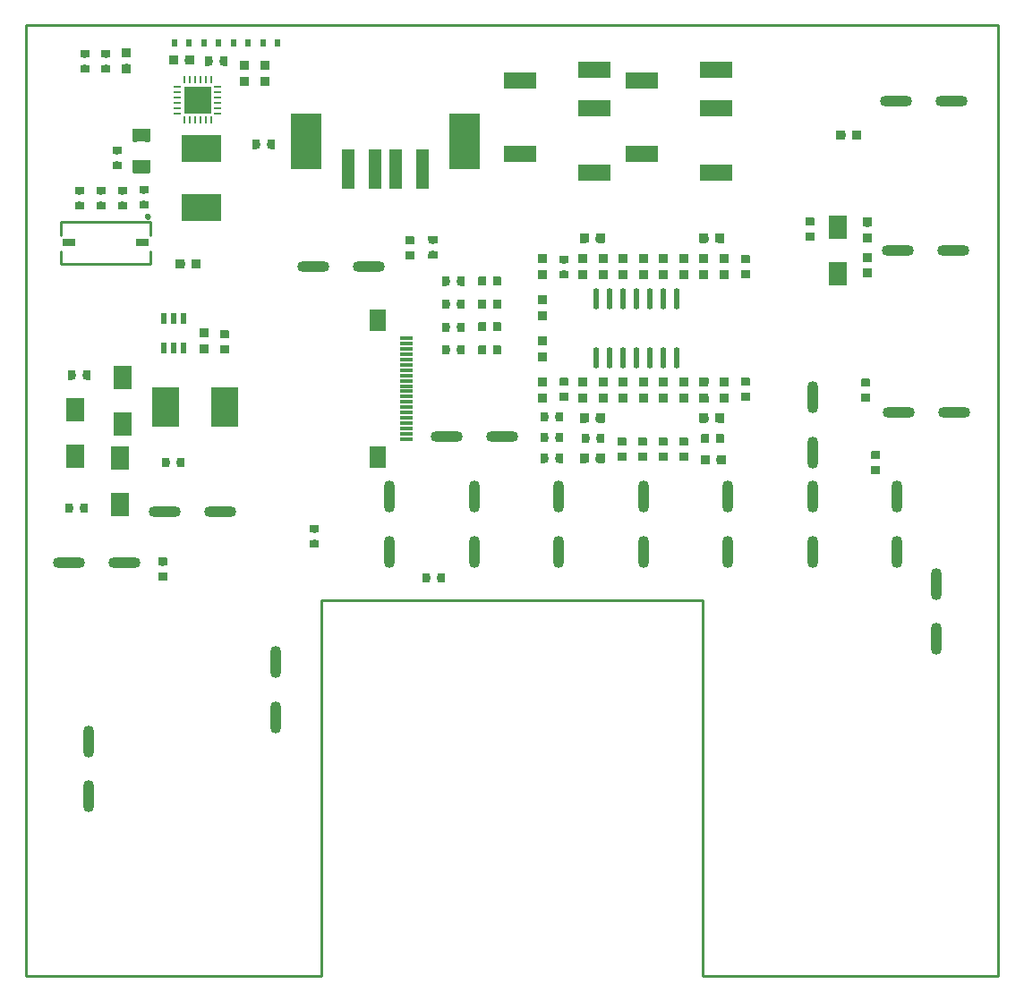
<source format=gtp>
G04*
G04 #@! TF.GenerationSoftware,Altium Limited,Altium Designer,20.2.6 (244)*
G04*
G04 Layer_Color=8421504*
%FSLAX24Y24*%
%MOIN*%
G70*
G04*
G04 #@! TF.SameCoordinates,FA5C595E-BAF6-4CA8-81BB-533EFFED9D24*
G04*
G04*
G04 #@! TF.FilePolarity,Positive*
G04*
G01*
G75*
%ADD11C,0.0100*%
%ADD20R,0.1004X0.1004*%
%ADD21R,0.0262X0.0110*%
%ADD22R,0.0110X0.0262*%
%ADD23R,0.1181X0.2087*%
%ADD24R,0.0472X0.1496*%
%ADD25O,0.1200X0.0400*%
%ADD26O,0.0400X0.1200*%
%ADD27R,0.1200X0.0600*%
%ADD28R,0.0315X0.0354*%
%ADD29R,0.0354X0.0315*%
%ADD30R,0.0340X0.0318*%
%ADD31R,0.0200X0.0300*%
%ADD32R,0.0318X0.0340*%
%ADD33R,0.0669X0.0860*%
%ADD34R,0.0500X0.0300*%
%ADD35R,0.1496X0.0984*%
%ADD36R,0.0670X0.0475*%
%ADD37R,0.0984X0.1496*%
%ADD38R,0.0217X0.0394*%
%ADD39R,0.0512X0.0118*%
%ADD40R,0.0630X0.0787*%
%ADD41O,0.0226X0.0802*%
G36*
X20220Y41108D02*
Y40910D01*
X20104Y40802D01*
X19996D01*
X19880Y40910D01*
Y41108D01*
X19905Y41133D01*
X20195D01*
X20220Y41108D01*
D02*
G37*
G36*
X19455Y41049D02*
Y40933D01*
X19339Y40774D01*
X19230D01*
X19114Y40933D01*
Y41049D01*
X19140Y41074D01*
X19429D01*
X19455Y41049D01*
D02*
G37*
G36*
X18670D02*
Y40933D01*
X18554Y40774D01*
X18446D01*
X18330Y40933D01*
Y41049D01*
X18355Y41074D01*
X18645D01*
X18670Y41049D01*
D02*
G37*
G36*
X22555Y40836D02*
Y40547D01*
X22530Y40522D01*
X22332D01*
X22224Y40637D01*
Y40746D01*
X22332Y40862D01*
X22530D01*
X22555Y40836D01*
D02*
G37*
G36*
X21976Y40746D02*
Y40637D01*
X21868Y40522D01*
X21670D01*
X21645Y40547D01*
Y40836D01*
X21670Y40862D01*
X21868D01*
X21976Y40746D01*
D02*
G37*
G36*
X23824Y40795D02*
Y40505D01*
X23799Y40480D01*
X23683D01*
X23524Y40596D01*
Y40704D01*
X23683Y40820D01*
X23799D01*
X23824Y40795D01*
D02*
G37*
G36*
X23276Y40704D02*
Y40596D01*
X23117Y40480D01*
X23001D01*
X22976Y40505D01*
Y40795D01*
X23001Y40820D01*
X23117D01*
X23276Y40704D01*
D02*
G37*
G36*
X25370Y40630D02*
Y40432D01*
X25254Y40324D01*
X25146D01*
X25030Y40432D01*
Y40630D01*
X25055Y40655D01*
X25345D01*
X25370Y40630D01*
D02*
G37*
G36*
X24620D02*
Y40432D01*
X24504Y40324D01*
X24396D01*
X24280Y40432D01*
Y40630D01*
X24305Y40655D01*
X24595D01*
X24620Y40630D01*
D02*
G37*
G36*
X19455Y40367D02*
Y40251D01*
X19429Y40226D01*
X19140D01*
X19114Y40251D01*
Y40367D01*
X19230Y40526D01*
X19339D01*
X19455Y40367D01*
D02*
G37*
G36*
X18670D02*
Y40251D01*
X18645Y40226D01*
X18355D01*
X18330Y40251D01*
Y40367D01*
X18446Y40526D01*
X18554D01*
X18670Y40367D01*
D02*
G37*
G36*
X20220Y40446D02*
Y40248D01*
X20195Y40223D01*
X19905D01*
X19880Y40248D01*
Y40446D01*
X19996Y40554D01*
X20104D01*
X20220Y40446D01*
D02*
G37*
G36*
X25370Y39968D02*
Y39770D01*
X25345Y39745D01*
X25055D01*
X25030Y39770D01*
Y39968D01*
X25146Y40076D01*
X25254D01*
X25370Y39968D01*
D02*
G37*
G36*
X24620D02*
Y39770D01*
X24595Y39745D01*
X24305D01*
X24280Y39770D01*
Y39968D01*
X24396Y40076D01*
X24504D01*
X24620Y39968D01*
D02*
G37*
G36*
X47405Y38045D02*
Y37755D01*
X47380Y37730D01*
X47182D01*
X47074Y37846D01*
Y37954D01*
X47182Y38070D01*
X47380D01*
X47405Y38045D01*
D02*
G37*
G36*
X46826Y37954D02*
Y37846D01*
X46718Y37730D01*
X46520D01*
X46495Y37755D01*
Y38045D01*
X46520Y38070D01*
X46718D01*
X46826Y37954D01*
D02*
G37*
G36*
X20935Y38081D02*
Y37684D01*
X20895Y37644D01*
X20753D01*
X20714Y37684D01*
Y37767D01*
X20674Y37806D01*
X20526D01*
X20486Y37767D01*
Y37684D01*
X20447Y37644D01*
X20305D01*
X20265Y37684D01*
Y38081D01*
X20305Y38120D01*
X20895D01*
X20935Y38081D01*
D02*
G37*
G36*
X25574Y37695D02*
Y37405D01*
X25549Y37380D01*
X25433D01*
X25274Y37496D01*
Y37604D01*
X25433Y37720D01*
X25549D01*
X25574Y37695D01*
D02*
G37*
G36*
X25026Y37604D02*
Y37496D01*
X24867Y37380D01*
X24751D01*
X24726Y37405D01*
Y37695D01*
X24751Y37720D01*
X24867D01*
X25026Y37604D01*
D02*
G37*
G36*
X19870Y37449D02*
Y37333D01*
X19754Y37174D01*
X19646D01*
X19530Y37333D01*
Y37449D01*
X19555Y37474D01*
X19845D01*
X19870Y37449D01*
D02*
G37*
G36*
X20935Y36916D02*
Y36519D01*
X20895Y36480D01*
X20305D01*
X20265Y36519D01*
Y36916D01*
X20305Y36956D01*
X20447D01*
X20486Y36916D01*
Y36833D01*
X20526Y36794D01*
X20674D01*
X20714Y36833D01*
Y36916D01*
X20753Y36956D01*
X20895D01*
X20935Y36916D01*
D02*
G37*
G36*
X19870Y36767D02*
Y36651D01*
X19845Y36626D01*
X19555D01*
X19530Y36651D01*
Y36767D01*
X19646Y36926D01*
X19754D01*
X19870Y36767D01*
D02*
G37*
G36*
X20870Y35975D02*
Y35858D01*
X20754Y35700D01*
X20646D01*
X20530Y35858D01*
Y35975D01*
X20555Y36000D01*
X20845D01*
X20870Y35975D01*
D02*
G37*
G36*
X20070Y35949D02*
Y35833D01*
X19954Y35674D01*
X19846D01*
X19730Y35833D01*
Y35949D01*
X19755Y35974D01*
X20045D01*
X20070Y35949D01*
D02*
G37*
G36*
X19270D02*
Y35833D01*
X19154Y35674D01*
X19046D01*
X18930Y35833D01*
Y35949D01*
X18955Y35974D01*
X19245D01*
X19270Y35949D01*
D02*
G37*
G36*
X18470D02*
Y35833D01*
X18354Y35674D01*
X18246D01*
X18130Y35833D01*
Y35949D01*
X18155Y35974D01*
X18445D01*
X18470Y35949D01*
D02*
G37*
G36*
X20870Y35293D02*
Y35176D01*
X20845Y35151D01*
X20555D01*
X20530Y35176D01*
Y35293D01*
X20646Y35452D01*
X20754D01*
X20870Y35293D01*
D02*
G37*
G36*
X20070Y35267D02*
Y35151D01*
X20045Y35126D01*
X19755D01*
X19730Y35151D01*
Y35267D01*
X19846Y35426D01*
X19954D01*
X20070Y35267D01*
D02*
G37*
G36*
X19270D02*
Y35151D01*
X19245Y35126D01*
X18955D01*
X18930Y35151D01*
Y35267D01*
X19046Y35426D01*
X19154D01*
X19270Y35267D01*
D02*
G37*
G36*
X18470D02*
Y35151D01*
X18445Y35126D01*
X18155D01*
X18130Y35151D01*
Y35267D01*
X18246Y35426D01*
X18354D01*
X18470Y35267D01*
D02*
G37*
G36*
X45670Y34799D02*
Y34683D01*
X45554Y34524D01*
X45446D01*
X45330Y34683D01*
Y34799D01*
X45355Y34824D01*
X45645D01*
X45670Y34799D01*
D02*
G37*
G36*
X47820Y34784D02*
Y34585D01*
X47704Y34477D01*
X47596D01*
X47480Y34585D01*
Y34784D01*
X47505Y34809D01*
X47795D01*
X47820Y34784D01*
D02*
G37*
G36*
X45670Y34117D02*
Y34001D01*
X45645Y33976D01*
X45355D01*
X45330Y34001D01*
Y34117D01*
X45446Y34276D01*
X45554D01*
X45670Y34117D01*
D02*
G37*
G36*
X47820Y34121D02*
Y33923D01*
X47795Y33898D01*
X47505D01*
X47480Y33923D01*
Y34121D01*
X47596Y34229D01*
X47704D01*
X47820Y34121D01*
D02*
G37*
G36*
X42305Y34195D02*
Y33905D01*
X42280Y33880D01*
X42082D01*
X41974Y33996D01*
Y34104D01*
X42082Y34220D01*
X42280D01*
X42305Y34195D01*
D02*
G37*
G36*
X41726Y34104D02*
Y33996D01*
X41618Y33880D01*
X41420D01*
X41395Y33905D01*
Y34195D01*
X41420Y34220D01*
X41618D01*
X41726Y34104D01*
D02*
G37*
G36*
X37855Y34195D02*
Y33905D01*
X37830Y33880D01*
X37632D01*
X37524Y33996D01*
Y34104D01*
X37632Y34220D01*
X37830D01*
X37855Y34195D01*
D02*
G37*
G36*
X37276Y34104D02*
Y33996D01*
X37168Y33880D01*
X36970D01*
X36945Y33905D01*
Y34195D01*
X36970Y34220D01*
X37168D01*
X37276Y34104D01*
D02*
G37*
G36*
X31629Y34115D02*
Y33998D01*
X31513Y33839D01*
X31404D01*
X31289Y33998D01*
Y34115D01*
X31314Y34140D01*
X31604D01*
X31629Y34115D01*
D02*
G37*
G36*
X30770Y34099D02*
Y33983D01*
X30654Y33824D01*
X30546D01*
X30430Y33983D01*
Y34099D01*
X30455Y34124D01*
X30745D01*
X30770Y34099D01*
D02*
G37*
G36*
X31629Y33433D02*
Y33316D01*
X31604Y33291D01*
X31314D01*
X31289Y33316D01*
Y33433D01*
X31404Y33591D01*
X31513D01*
X31629Y33433D01*
D02*
G37*
G36*
X30770Y33417D02*
Y33301D01*
X30745Y33276D01*
X30455D01*
X30430Y33301D01*
Y33417D01*
X30546Y33576D01*
X30654D01*
X30770Y33417D01*
D02*
G37*
G36*
X47820Y33480D02*
Y33282D01*
X47704Y33174D01*
X47596D01*
X47480Y33282D01*
Y33480D01*
X47505Y33505D01*
X47795D01*
X47820Y33480D01*
D02*
G37*
G36*
X43270Y33399D02*
Y33283D01*
X43154Y33124D01*
X43046D01*
X42930Y33283D01*
Y33399D01*
X42955Y33424D01*
X43245D01*
X43270Y33399D01*
D02*
G37*
G36*
X42470Y33430D02*
Y33232D01*
X42354Y33124D01*
X42246D01*
X42130Y33232D01*
Y33430D01*
X42155Y33455D01*
X42445D01*
X42470Y33430D01*
D02*
G37*
G36*
X41720D02*
Y33232D01*
X41604Y33124D01*
X41496D01*
X41380Y33232D01*
Y33430D01*
X41405Y33455D01*
X41695D01*
X41720Y33430D01*
D02*
G37*
G36*
X40970D02*
Y33232D01*
X40854Y33124D01*
X40746D01*
X40630Y33232D01*
Y33430D01*
X40655Y33455D01*
X40945D01*
X40970Y33430D01*
D02*
G37*
G36*
X40220D02*
Y33232D01*
X40104Y33124D01*
X39996D01*
X39880Y33232D01*
Y33430D01*
X39905Y33455D01*
X40195D01*
X40220Y33430D01*
D02*
G37*
G36*
X39470D02*
Y33232D01*
X39354Y33124D01*
X39246D01*
X39130Y33232D01*
Y33430D01*
X39155Y33455D01*
X39445D01*
X39470Y33430D01*
D02*
G37*
G36*
X38720D02*
Y33232D01*
X38604Y33124D01*
X38496D01*
X38380Y33232D01*
Y33430D01*
X38405Y33455D01*
X38695D01*
X38720Y33430D01*
D02*
G37*
G36*
X37970D02*
Y33232D01*
X37854Y33124D01*
X37746D01*
X37630Y33232D01*
Y33430D01*
X37655Y33455D01*
X37945D01*
X37970Y33430D01*
D02*
G37*
G36*
X37220D02*
Y33232D01*
X37104Y33124D01*
X36996D01*
X36880Y33232D01*
Y33430D01*
X36905Y33455D01*
X37195D01*
X37220Y33430D01*
D02*
G37*
G36*
X35720D02*
Y33232D01*
X35604Y33124D01*
X35496D01*
X35380Y33232D01*
Y33430D01*
X35405Y33455D01*
X35695D01*
X35720Y33430D01*
D02*
G37*
G36*
X36512Y33377D02*
Y33261D01*
X36396Y33102D01*
X36287D01*
X36172Y33261D01*
Y33377D01*
X36197Y33402D01*
X36486D01*
X36512Y33377D01*
D02*
G37*
G36*
X22805Y33245D02*
Y32955D01*
X22780Y32930D01*
X22582D01*
X22474Y33046D01*
Y33154D01*
X22582Y33270D01*
X22780D01*
X22805Y33245D01*
D02*
G37*
G36*
X22226Y33154D02*
Y33046D01*
X22118Y32930D01*
X21920D01*
X21895Y32955D01*
Y33245D01*
X21920Y33270D01*
X22118D01*
X22226Y33154D01*
D02*
G37*
G36*
X47820Y32818D02*
Y32620D01*
X47795Y32595D01*
X47505D01*
X47480Y32620D01*
Y32818D01*
X47596Y32926D01*
X47704D01*
X47820Y32818D01*
D02*
G37*
G36*
X43270Y32717D02*
Y32601D01*
X43245Y32576D01*
X42955D01*
X42930Y32601D01*
Y32717D01*
X43046Y32876D01*
X43154D01*
X43270Y32717D01*
D02*
G37*
G36*
X36512Y32695D02*
Y32579D01*
X36486Y32554D01*
X36197D01*
X36172Y32579D01*
Y32695D01*
X36287Y32854D01*
X36396D01*
X36512Y32695D01*
D02*
G37*
G36*
X42470Y32768D02*
Y32570D01*
X42445Y32545D01*
X42155D01*
X42130Y32570D01*
Y32768D01*
X42246Y32876D01*
X42354D01*
X42470Y32768D01*
D02*
G37*
G36*
X41720D02*
Y32570D01*
X41695Y32545D01*
X41405D01*
X41380Y32570D01*
Y32768D01*
X41496Y32876D01*
X41604D01*
X41720Y32768D01*
D02*
G37*
G36*
X40970D02*
Y32570D01*
X40945Y32545D01*
X40655D01*
X40630Y32570D01*
Y32768D01*
X40746Y32876D01*
X40854D01*
X40970Y32768D01*
D02*
G37*
G36*
X40220D02*
Y32570D01*
X40195Y32545D01*
X39905D01*
X39880Y32570D01*
Y32768D01*
X39996Y32876D01*
X40104D01*
X40220Y32768D01*
D02*
G37*
G36*
X39470D02*
Y32570D01*
X39445Y32545D01*
X39155D01*
X39130Y32570D01*
Y32768D01*
X39246Y32876D01*
X39354D01*
X39470Y32768D01*
D02*
G37*
G36*
X38720D02*
Y32570D01*
X38695Y32545D01*
X38405D01*
X38380Y32570D01*
Y32768D01*
X38496Y32876D01*
X38604D01*
X38720Y32768D01*
D02*
G37*
G36*
X37970D02*
Y32570D01*
X37945Y32545D01*
X37655D01*
X37630Y32570D01*
Y32768D01*
X37746Y32876D01*
X37854D01*
X37970Y32768D01*
D02*
G37*
G36*
X37220D02*
Y32570D01*
X37195Y32545D01*
X36905D01*
X36880Y32570D01*
Y32768D01*
X36996Y32876D01*
X37104D01*
X37220Y32768D01*
D02*
G37*
G36*
X35720D02*
Y32570D01*
X35695Y32545D01*
X35405D01*
X35380Y32570D01*
Y32768D01*
X35496Y32876D01*
X35604D01*
X35720Y32768D01*
D02*
G37*
G36*
X33993Y32603D02*
Y32313D01*
X33967Y32288D01*
X33851D01*
X33692Y32403D01*
Y32512D01*
X33851Y32628D01*
X33967D01*
X33993Y32603D01*
D02*
G37*
G36*
X33444Y32512D02*
Y32403D01*
X33286Y32288D01*
X33169D01*
X33144Y32313D01*
Y32603D01*
X33169Y32628D01*
X33286D01*
X33444Y32512D01*
D02*
G37*
G36*
X32650Y32595D02*
Y32305D01*
X32625Y32280D01*
X32508D01*
X32350Y32396D01*
Y32504D01*
X32508Y32620D01*
X32625D01*
X32650Y32595D01*
D02*
G37*
G36*
X32102Y32504D02*
Y32396D01*
X31943Y32280D01*
X31826D01*
X31801Y32305D01*
Y32595D01*
X31826Y32620D01*
X31943D01*
X32102Y32504D01*
D02*
G37*
G36*
X35720Y31897D02*
Y31699D01*
X35604Y31591D01*
X35496D01*
X35380Y31699D01*
Y31897D01*
X35405Y31922D01*
X35695D01*
X35720Y31897D01*
D02*
G37*
G36*
X33999Y31749D02*
Y31459D01*
X33974Y31434D01*
X33857D01*
X33698Y31549D01*
Y31658D01*
X33857Y31774D01*
X33974D01*
X33999Y31749D01*
D02*
G37*
G36*
X33450Y31658D02*
Y31549D01*
X33292Y31434D01*
X33175D01*
X33150Y31459D01*
Y31749D01*
X33175Y31774D01*
X33292D01*
X33450Y31658D01*
D02*
G37*
G36*
X32656Y31741D02*
Y31451D01*
X32631Y31426D01*
X32514D01*
X32356Y31542D01*
Y31650D01*
X32514Y31766D01*
X32631D01*
X32656Y31741D01*
D02*
G37*
G36*
X32108Y31650D02*
Y31542D01*
X31949Y31426D01*
X31833D01*
X31807Y31451D01*
Y31741D01*
X31833Y31766D01*
X31949D01*
X32108Y31650D01*
D02*
G37*
G36*
X35720Y31235D02*
Y31037D01*
X35695Y31011D01*
X35405D01*
X35380Y31037D01*
Y31235D01*
X35496Y31343D01*
X35604D01*
X35720Y31235D01*
D02*
G37*
G36*
X33999Y30897D02*
Y30607D01*
X33974Y30582D01*
X33857D01*
X33698Y30697D01*
Y30806D01*
X33857Y30922D01*
X33974D01*
X33999Y30897D01*
D02*
G37*
G36*
X33450Y30806D02*
Y30697D01*
X33292Y30582D01*
X33175D01*
X33150Y30607D01*
Y30897D01*
X33175Y30922D01*
X33292D01*
X33450Y30806D01*
D02*
G37*
G36*
X32656Y30889D02*
Y30599D01*
X32631Y30574D01*
X32514D01*
X32356Y30690D01*
Y30799D01*
X32514Y30914D01*
X32631D01*
X32656Y30889D01*
D02*
G37*
G36*
X32108Y30799D02*
Y30690D01*
X31949Y30574D01*
X31833D01*
X31807Y30599D01*
Y30889D01*
X31833Y30914D01*
X31949D01*
X32108Y30799D01*
D02*
G37*
G36*
X23120Y30658D02*
Y30460D01*
X23004Y30352D01*
X22896D01*
X22780Y30460D01*
Y30658D01*
X22805Y30683D01*
X23095D01*
X23120Y30658D01*
D02*
G37*
G36*
X23870Y30599D02*
Y30483D01*
X23754Y30324D01*
X23646D01*
X23530Y30483D01*
Y30599D01*
X23555Y30624D01*
X23845D01*
X23870Y30599D01*
D02*
G37*
G36*
X35720Y30363D02*
Y30165D01*
X35604Y30057D01*
X35496D01*
X35380Y30165D01*
Y30363D01*
X35405Y30389D01*
X35695D01*
X35720Y30363D01*
D02*
G37*
G36*
X23870Y29917D02*
Y29801D01*
X23845Y29776D01*
X23555D01*
X23530Y29801D01*
Y29917D01*
X23646Y30076D01*
X23754D01*
X23870Y29917D01*
D02*
G37*
G36*
X23120Y29996D02*
Y29798D01*
X23095Y29773D01*
X22805D01*
X22780Y29798D01*
Y29996D01*
X22896Y30104D01*
X23004D01*
X23120Y29996D01*
D02*
G37*
G36*
X33999Y30045D02*
Y29755D01*
X33974Y29730D01*
X33857D01*
X33698Y29846D01*
Y29954D01*
X33857Y30070D01*
X33974D01*
X33999Y30045D01*
D02*
G37*
G36*
X33450Y29954D02*
Y29846D01*
X33292Y29730D01*
X33175D01*
X33150Y29755D01*
Y30045D01*
X33175Y30070D01*
X33292D01*
X33450Y29954D01*
D02*
G37*
G36*
X32650Y30039D02*
Y29750D01*
X32625Y29724D01*
X32508D01*
X32350Y29840D01*
Y29949D01*
X32508Y30064D01*
X32625D01*
X32650Y30039D01*
D02*
G37*
G36*
X32102Y29949D02*
Y29840D01*
X31943Y29724D01*
X31826D01*
X31801Y29750D01*
Y30039D01*
X31826Y30064D01*
X31943D01*
X32102Y29949D01*
D02*
G37*
G36*
X35720Y29701D02*
Y29503D01*
X35695Y29478D01*
X35405D01*
X35380Y29503D01*
Y29701D01*
X35496Y29809D01*
X35604D01*
X35720Y29701D01*
D02*
G37*
G36*
X18724Y29095D02*
Y28805D01*
X18699Y28780D01*
X18583D01*
X18424Y28896D01*
Y29004D01*
X18583Y29120D01*
X18699D01*
X18724Y29095D01*
D02*
G37*
G36*
X18176Y29004D02*
Y28896D01*
X18017Y28780D01*
X17901D01*
X17876Y28805D01*
Y29095D01*
X17901Y29120D01*
X18017D01*
X18176Y29004D01*
D02*
G37*
G36*
X43270Y28827D02*
Y28711D01*
X43154Y28552D01*
X43046D01*
X42930Y28711D01*
Y28827D01*
X42955Y28852D01*
X43245D01*
X43270Y28827D01*
D02*
G37*
G36*
X36513D02*
Y28711D01*
X36397Y28552D01*
X36288D01*
X36172Y28711D01*
Y28827D01*
X36198Y28852D01*
X36487D01*
X36513Y28827D01*
D02*
G37*
G36*
X47748Y28802D02*
Y28685D01*
X47632Y28527D01*
X47523D01*
X47408Y28685D01*
Y28802D01*
X47433Y28827D01*
X47723D01*
X47748Y28802D01*
D02*
G37*
G36*
X42478Y28830D02*
Y28632D01*
X42362Y28524D01*
X42253D01*
X42137Y28632D01*
Y28830D01*
X42163Y28855D01*
X42452D01*
X42478Y28830D01*
D02*
G37*
G36*
X41727D02*
Y28632D01*
X41611Y28524D01*
X41502D01*
X41387Y28632D01*
Y28830D01*
X41412Y28855D01*
X41702D01*
X41727Y28830D01*
D02*
G37*
G36*
X40976D02*
Y28632D01*
X40860Y28524D01*
X40751D01*
X40636Y28632D01*
Y28830D01*
X40661Y28855D01*
X40951D01*
X40976Y28830D01*
D02*
G37*
G36*
X40225D02*
Y28632D01*
X40109Y28524D01*
X40001D01*
X39885Y28632D01*
Y28830D01*
X39910Y28855D01*
X40200D01*
X40225Y28830D01*
D02*
G37*
G36*
X39474D02*
Y28632D01*
X39359Y28524D01*
X39250D01*
X39134Y28632D01*
Y28830D01*
X39159Y28855D01*
X39449D01*
X39474Y28830D01*
D02*
G37*
G36*
X38723D02*
Y28632D01*
X38608Y28524D01*
X38499D01*
X38383Y28632D01*
Y28830D01*
X38408Y28855D01*
X38698D01*
X38723Y28830D01*
D02*
G37*
G36*
X37973D02*
Y28632D01*
X37857Y28524D01*
X37748D01*
X37632Y28632D01*
Y28830D01*
X37658Y28855D01*
X37947D01*
X37973Y28830D01*
D02*
G37*
G36*
X37222D02*
Y28632D01*
X37106Y28524D01*
X36997D01*
X36882Y28632D01*
Y28830D01*
X36907Y28855D01*
X37197D01*
X37222Y28830D01*
D02*
G37*
G36*
X35720D02*
Y28632D01*
X35604Y28524D01*
X35496D01*
X35380Y28632D01*
Y28830D01*
X35405Y28855D01*
X35695D01*
X35720Y28830D01*
D02*
G37*
G36*
X43270Y28145D02*
Y28029D01*
X43245Y28004D01*
X42955D01*
X42930Y28029D01*
Y28145D01*
X43046Y28304D01*
X43154D01*
X43270Y28145D01*
D02*
G37*
G36*
X36513D02*
Y28029D01*
X36487Y28004D01*
X36198D01*
X36172Y28029D01*
Y28145D01*
X36288Y28304D01*
X36397D01*
X36513Y28145D01*
D02*
G37*
G36*
X47748Y28120D02*
Y28004D01*
X47723Y27978D01*
X47433D01*
X47408Y28004D01*
Y28120D01*
X47523Y28279D01*
X47632D01*
X47748Y28120D01*
D02*
G37*
G36*
X42478Y28168D02*
Y27970D01*
X42452Y27945D01*
X42163D01*
X42137Y27970D01*
Y28168D01*
X42253Y28276D01*
X42362D01*
X42478Y28168D01*
D02*
G37*
G36*
X41727D02*
Y27970D01*
X41702Y27945D01*
X41412D01*
X41387Y27970D01*
Y28168D01*
X41502Y28276D01*
X41611D01*
X41727Y28168D01*
D02*
G37*
G36*
X40976D02*
Y27970D01*
X40951Y27945D01*
X40661D01*
X40636Y27970D01*
Y28168D01*
X40751Y28276D01*
X40860D01*
X40976Y28168D01*
D02*
G37*
G36*
X40225D02*
Y27970D01*
X40200Y27945D01*
X39910D01*
X39885Y27970D01*
Y28168D01*
X40001Y28276D01*
X40109D01*
X40225Y28168D01*
D02*
G37*
G36*
X39474D02*
Y27970D01*
X39449Y27945D01*
X39159D01*
X39134Y27970D01*
Y28168D01*
X39250Y28276D01*
X39359D01*
X39474Y28168D01*
D02*
G37*
G36*
X38723D02*
Y27970D01*
X38698Y27945D01*
X38408D01*
X38383Y27970D01*
Y28168D01*
X38499Y28276D01*
X38608D01*
X38723Y28168D01*
D02*
G37*
G36*
X37973D02*
Y27970D01*
X37947Y27945D01*
X37658D01*
X37632Y27970D01*
Y28168D01*
X37748Y28276D01*
X37857D01*
X37973Y28168D01*
D02*
G37*
G36*
X37222D02*
Y27970D01*
X37197Y27945D01*
X36907D01*
X36882Y27970D01*
Y28168D01*
X36997Y28276D01*
X37106D01*
X37222Y28168D01*
D02*
G37*
G36*
X35720D02*
Y27970D01*
X35695Y27945D01*
X35405D01*
X35380Y27970D01*
Y28168D01*
X35496Y28276D01*
X35604D01*
X35720Y28168D01*
D02*
G37*
G36*
X36324Y27545D02*
Y27255D01*
X36299Y27230D01*
X36183D01*
X36024Y27346D01*
Y27454D01*
X36183Y27570D01*
X36299D01*
X36324Y27545D01*
D02*
G37*
G36*
X35776Y27454D02*
Y27346D01*
X35617Y27230D01*
X35501D01*
X35476Y27255D01*
Y27545D01*
X35501Y27570D01*
X35617D01*
X35776Y27454D01*
D02*
G37*
G36*
X42305Y27495D02*
Y27205D01*
X42280Y27180D01*
X42082D01*
X41974Y27296D01*
Y27404D01*
X42082Y27520D01*
X42280D01*
X42305Y27495D01*
D02*
G37*
G36*
X41726Y27404D02*
Y27296D01*
X41618Y27180D01*
X41420D01*
X41395Y27205D01*
Y27495D01*
X41420Y27520D01*
X41618D01*
X41726Y27404D01*
D02*
G37*
G36*
X37855Y27495D02*
Y27205D01*
X37830Y27180D01*
X37632D01*
X37524Y27296D01*
Y27404D01*
X37632Y27520D01*
X37830D01*
X37855Y27495D01*
D02*
G37*
G36*
X37276Y27404D02*
Y27296D01*
X37168Y27180D01*
X36970D01*
X36945Y27205D01*
Y27495D01*
X36970Y27520D01*
X37168D01*
X37276Y27404D01*
D02*
G37*
G36*
X36324Y26770D02*
Y26480D01*
X36299Y26455D01*
X36183D01*
X36024Y26571D01*
Y26679D01*
X36183Y26795D01*
X36299D01*
X36324Y26770D01*
D02*
G37*
G36*
X35776Y26679D02*
Y26571D01*
X35617Y26455D01*
X35501D01*
X35476Y26480D01*
Y26770D01*
X35501Y26795D01*
X35617D01*
X35776Y26679D01*
D02*
G37*
G36*
X42296Y26745D02*
Y26455D01*
X42271Y26430D01*
X42155D01*
X41996Y26546D01*
Y26654D01*
X42155Y26770D01*
X42271D01*
X42296Y26745D01*
D02*
G37*
G36*
X41748Y26654D02*
Y26546D01*
X41589Y26430D01*
X41473D01*
X41448Y26455D01*
Y26745D01*
X41473Y26770D01*
X41589D01*
X41748Y26654D01*
D02*
G37*
G36*
X37852Y26745D02*
Y26455D01*
X37827Y26430D01*
X37711D01*
X37552Y26546D01*
Y26654D01*
X37711Y26770D01*
X37827D01*
X37852Y26745D01*
D02*
G37*
G36*
X37304Y26654D02*
Y26546D01*
X37145Y26430D01*
X37029D01*
X37004Y26455D01*
Y26745D01*
X37029Y26770D01*
X37145D01*
X37304Y26654D01*
D02*
G37*
G36*
X40970Y26599D02*
Y26483D01*
X40854Y26324D01*
X40746D01*
X40630Y26483D01*
Y26599D01*
X40655Y26624D01*
X40945D01*
X40970Y26599D01*
D02*
G37*
G36*
X40203D02*
Y26483D01*
X40088Y26324D01*
X39979D01*
X39863Y26483D01*
Y26599D01*
X39888Y26624D01*
X40178D01*
X40203Y26599D01*
D02*
G37*
G36*
X39437D02*
Y26483D01*
X39321Y26324D01*
X39212D01*
X39097Y26483D01*
Y26599D01*
X39122Y26624D01*
X39412D01*
X39437Y26599D01*
D02*
G37*
G36*
X38670D02*
Y26483D01*
X38554Y26324D01*
X38446D01*
X38330Y26483D01*
Y26599D01*
X38355Y26624D01*
X38645D01*
X38670Y26599D01*
D02*
G37*
G36*
X48120Y26099D02*
Y25983D01*
X48004Y25824D01*
X47896D01*
X47780Y25983D01*
Y26099D01*
X47805Y26124D01*
X48095D01*
X48120Y26099D01*
D02*
G37*
G36*
X40970Y25917D02*
Y25801D01*
X40945Y25776D01*
X40655D01*
X40630Y25801D01*
Y25917D01*
X40746Y26076D01*
X40854D01*
X40970Y25917D01*
D02*
G37*
G36*
X40203D02*
Y25801D01*
X40178Y25776D01*
X39888D01*
X39863Y25801D01*
Y25917D01*
X39979Y26076D01*
X40088D01*
X40203Y25917D01*
D02*
G37*
G36*
X39437D02*
Y25801D01*
X39412Y25776D01*
X39122D01*
X39097Y25801D01*
Y25917D01*
X39212Y26076D01*
X39321D01*
X39437Y25917D01*
D02*
G37*
G36*
X38670D02*
Y25801D01*
X38645Y25776D01*
X38355D01*
X38330Y25801D01*
Y25917D01*
X38446Y26076D01*
X38554D01*
X38670Y25917D01*
D02*
G37*
G36*
X37855Y25995D02*
Y25705D01*
X37830Y25680D01*
X37632D01*
X37524Y25796D01*
Y25904D01*
X37632Y26020D01*
X37830D01*
X37855Y25995D01*
D02*
G37*
G36*
X37276Y25904D02*
Y25796D01*
X37168Y25680D01*
X36970D01*
X36945Y25705D01*
Y25995D01*
X36970Y26020D01*
X37168D01*
X37276Y25904D01*
D02*
G37*
G36*
X36324Y25995D02*
Y25705D01*
X36299Y25680D01*
X36183D01*
X36024Y25796D01*
Y25904D01*
X36183Y26020D01*
X36299D01*
X36324Y25995D01*
D02*
G37*
G36*
X35776Y25904D02*
Y25796D01*
X35617Y25680D01*
X35501D01*
X35476Y25705D01*
Y25995D01*
X35501Y26020D01*
X35617D01*
X35776Y25904D01*
D02*
G37*
G36*
X42355Y25945D02*
Y25655D01*
X42330Y25630D01*
X42132D01*
X42024Y25746D01*
Y25854D01*
X42132Y25970D01*
X42330D01*
X42355Y25945D01*
D02*
G37*
G36*
X41776Y25854D02*
Y25746D01*
X41668Y25630D01*
X41470D01*
X41445Y25655D01*
Y25945D01*
X41470Y25970D01*
X41668D01*
X41776Y25854D01*
D02*
G37*
G36*
X22224Y25845D02*
Y25555D01*
X22199Y25530D01*
X22083D01*
X21924Y25646D01*
Y25754D01*
X22083Y25870D01*
X22199D01*
X22224Y25845D01*
D02*
G37*
G36*
X21676Y25754D02*
Y25646D01*
X21517Y25530D01*
X21401D01*
X21376Y25555D01*
Y25845D01*
X21401Y25870D01*
X21517D01*
X21676Y25754D01*
D02*
G37*
G36*
X48120Y25417D02*
Y25301D01*
X48095Y25276D01*
X47805D01*
X47780Y25301D01*
Y25417D01*
X47896Y25576D01*
X48004D01*
X48120Y25417D01*
D02*
G37*
G36*
X18624Y24145D02*
Y23855D01*
X18599Y23830D01*
X18483D01*
X18324Y23946D01*
Y24054D01*
X18483Y24170D01*
X18599D01*
X18624Y24145D01*
D02*
G37*
G36*
X18076Y24054D02*
Y23946D01*
X17917Y23830D01*
X17801D01*
X17776Y23855D01*
Y24145D01*
X17801Y24170D01*
X17917D01*
X18076Y24054D01*
D02*
G37*
G36*
X27220Y23349D02*
Y23233D01*
X27104Y23074D01*
X26996D01*
X26880Y23233D01*
Y23349D01*
X26905Y23374D01*
X27195D01*
X27220Y23349D01*
D02*
G37*
G36*
Y22667D02*
Y22551D01*
X27195Y22526D01*
X26905D01*
X26880Y22551D01*
Y22667D01*
X26996Y22826D01*
X27104D01*
X27220Y22667D01*
D02*
G37*
G36*
X21570Y22124D02*
Y22007D01*
X21454Y21848D01*
X21346D01*
X21230Y22007D01*
Y22124D01*
X21255Y22149D01*
X21545D01*
X21570Y22124D01*
D02*
G37*
G36*
Y21442D02*
Y21325D01*
X21545Y21300D01*
X21255D01*
X21230Y21325D01*
Y21442D01*
X21346Y21600D01*
X21454D01*
X21570Y21442D01*
D02*
G37*
G36*
X31924Y21545D02*
Y21255D01*
X31899Y21230D01*
X31783D01*
X31624Y21346D01*
Y21454D01*
X31783Y21570D01*
X31899D01*
X31924Y21545D01*
D02*
G37*
G36*
X31376Y21454D02*
Y21346D01*
X31217Y21230D01*
X31101D01*
X31076Y21255D01*
Y21545D01*
X31101Y21570D01*
X31217D01*
X31376Y21454D01*
D02*
G37*
D11*
X20921Y34850D02*
G03*
X20921Y34850I-71J0D01*
G01*
X41520Y6570D02*
Y20570D01*
X27300D02*
X41520D01*
X17600Y34650D02*
X20950D01*
X17600Y33100D02*
X20950D01*
X17600Y33125D02*
Y33575D01*
Y34175D02*
Y34625D01*
X20950Y34175D02*
Y34625D01*
Y33125D02*
Y33575D01*
X27300Y6570D02*
Y20570D01*
X41520Y6570D02*
X52520D01*
X16300D02*
X27300D01*
X16300D02*
Y42000D01*
X52520Y6570D02*
Y42000D01*
X16300D02*
X52520D01*
D20*
X22700Y39200D02*
D03*
D21*
X23451Y39692D02*
D03*
Y39495D02*
D03*
Y39298D02*
D03*
Y39102D02*
D03*
Y38905D02*
D03*
Y38708D02*
D03*
X21949D02*
D03*
Y38905D02*
D03*
Y39102D02*
D03*
Y39298D02*
D03*
Y39495D02*
D03*
Y39692D02*
D03*
D22*
X23192Y38449D02*
D03*
X22995D02*
D03*
X22798D02*
D03*
X22602D02*
D03*
X22405D02*
D03*
X22208D02*
D03*
Y39951D02*
D03*
X22405D02*
D03*
X22602D02*
D03*
X22798D02*
D03*
X22995D02*
D03*
X23192D02*
D03*
D23*
X26731Y37657D02*
D03*
X32637Y37657D02*
D03*
D24*
X31064Y36633D02*
D03*
X30080D02*
D03*
X29292D02*
D03*
X28308Y36633D02*
D03*
D25*
X50830Y33600D02*
D03*
X48770D02*
D03*
X48820Y27550D02*
D03*
X50880D02*
D03*
X48700Y39150D02*
D03*
X50760D02*
D03*
X27020Y33000D02*
D03*
X29080D02*
D03*
X17920Y21950D02*
D03*
X19980D02*
D03*
X23530Y23850D02*
D03*
X21470D02*
D03*
X31970Y26650D02*
D03*
X34030D02*
D03*
D26*
X25600Y16190D02*
D03*
Y18250D02*
D03*
X50200Y19120D02*
D03*
Y21180D02*
D03*
X39300Y24430D02*
D03*
Y22370D02*
D03*
X42450Y24430D02*
D03*
Y22370D02*
D03*
X36150D02*
D03*
Y24430D02*
D03*
X45600D02*
D03*
Y22370D02*
D03*
X48750Y24430D02*
D03*
Y22370D02*
D03*
X33000D02*
D03*
Y24430D02*
D03*
X18650Y13250D02*
D03*
Y15310D02*
D03*
X29850Y24430D02*
D03*
Y22370D02*
D03*
X45600Y28130D02*
D03*
Y26070D02*
D03*
D27*
X42000Y40333D02*
D03*
X39250Y39934D02*
D03*
X42000Y38914D02*
D03*
Y36514D02*
D03*
X39250Y37183D02*
D03*
X34725D02*
D03*
X37475Y36514D02*
D03*
Y38914D02*
D03*
X34725Y39934D02*
D03*
X37475Y40333D02*
D03*
D28*
X32507Y30744D02*
D03*
X31956D02*
D03*
X31950Y29894D02*
D03*
X32501D02*
D03*
X31776Y21400D02*
D03*
X31224D02*
D03*
X25426Y37550D02*
D03*
X24874D02*
D03*
X23124Y40650D02*
D03*
X23676D02*
D03*
X18576Y28950D02*
D03*
X18024D02*
D03*
X17924Y24000D02*
D03*
X18476D02*
D03*
X21524Y25700D02*
D03*
X22076D02*
D03*
X35624Y26625D02*
D03*
X36176D02*
D03*
X35624Y27400D02*
D03*
X36176D02*
D03*
X37152Y26600D02*
D03*
X37704D02*
D03*
X35624Y25850D02*
D03*
X36176D02*
D03*
X42147Y26600D02*
D03*
X41596D02*
D03*
X33299Y31604D02*
D03*
X33850D02*
D03*
X33299Y29900D02*
D03*
X33850D02*
D03*
X33844Y32458D02*
D03*
X33293D02*
D03*
X33299Y30752D02*
D03*
X33850D02*
D03*
X31956Y31596D02*
D03*
X32507D02*
D03*
X32501Y32450D02*
D03*
X31950D02*
D03*
D29*
X40800Y25924D02*
D03*
Y26476D02*
D03*
X47950Y25424D02*
D03*
Y25976D02*
D03*
X38500Y25924D02*
D03*
Y26476D02*
D03*
X19100Y35826D02*
D03*
Y35274D02*
D03*
X45500Y34676D02*
D03*
Y34124D02*
D03*
X47578Y28127D02*
D03*
Y28678D02*
D03*
X31459Y33991D02*
D03*
Y33440D02*
D03*
X30600Y33976D02*
D03*
Y33424D02*
D03*
X21400Y21449D02*
D03*
Y22000D02*
D03*
X18500Y40374D02*
D03*
Y40926D02*
D03*
X19284D02*
D03*
Y40374D02*
D03*
X27050Y23226D02*
D03*
Y22674D02*
D03*
X19900Y35826D02*
D03*
Y35274D02*
D03*
X19700Y37326D02*
D03*
Y36774D02*
D03*
X18300Y35826D02*
D03*
Y35274D02*
D03*
X20700Y35300D02*
D03*
Y35851D02*
D03*
X23700Y30476D02*
D03*
Y29924D02*
D03*
X40033Y26476D02*
D03*
Y25924D02*
D03*
X39267Y26476D02*
D03*
Y25924D02*
D03*
X36342Y32703D02*
D03*
Y33254D02*
D03*
X36342Y28152D02*
D03*
Y28704D02*
D03*
X43100Y32724D02*
D03*
Y33276D02*
D03*
Y28152D02*
D03*
Y28704D02*
D03*
D30*
X35550Y29637D02*
D03*
Y30230D02*
D03*
X47650Y33347D02*
D03*
Y32753D02*
D03*
Y34057D02*
D03*
Y34650D02*
D03*
X25200Y40497D02*
D03*
Y39903D02*
D03*
X24450Y40497D02*
D03*
Y39903D02*
D03*
X20050Y40381D02*
D03*
Y40975D02*
D03*
X22950Y30525D02*
D03*
Y29931D02*
D03*
X39300Y32703D02*
D03*
Y33297D02*
D03*
X37800D02*
D03*
Y32703D02*
D03*
X37052Y28103D02*
D03*
Y28697D02*
D03*
X39304D02*
D03*
Y28103D02*
D03*
X35550Y28697D02*
D03*
Y28103D02*
D03*
Y31763D02*
D03*
Y31170D02*
D03*
X37050Y32703D02*
D03*
Y33297D02*
D03*
X37803Y28103D02*
D03*
Y28697D02*
D03*
X38550Y32703D02*
D03*
Y33297D02*
D03*
X38553Y28103D02*
D03*
Y28697D02*
D03*
X40050Y32703D02*
D03*
Y33297D02*
D03*
X40806Y28103D02*
D03*
Y28697D02*
D03*
X40800Y32703D02*
D03*
Y33297D02*
D03*
X41557Y28103D02*
D03*
Y28697D02*
D03*
X35550Y33297D02*
D03*
Y32703D02*
D03*
X42300Y33297D02*
D03*
Y32703D02*
D03*
X41550D02*
D03*
Y33297D02*
D03*
X42308Y28697D02*
D03*
Y28103D02*
D03*
X40055D02*
D03*
Y28697D02*
D03*
D31*
X25670Y41325D02*
D03*
X25130D02*
D03*
X24570D02*
D03*
X24030D02*
D03*
X23470D02*
D03*
X22930D02*
D03*
X22370D02*
D03*
X21830D02*
D03*
D32*
X46653Y37900D02*
D03*
X47247D02*
D03*
X22647Y33100D02*
D03*
X22053D02*
D03*
X21803Y40692D02*
D03*
X22397D02*
D03*
X37103Y34050D02*
D03*
X37697D02*
D03*
X37103Y27350D02*
D03*
X37697D02*
D03*
X42147D02*
D03*
X41553D02*
D03*
Y34050D02*
D03*
X42147D02*
D03*
X37697Y25850D02*
D03*
X37103D02*
D03*
X42197Y25800D02*
D03*
X41603D02*
D03*
D33*
X46550Y34466D02*
D03*
Y32734D02*
D03*
X18150Y27666D02*
D03*
Y25934D02*
D03*
X19900Y27134D02*
D03*
Y28866D02*
D03*
X19800Y24118D02*
D03*
Y25850D02*
D03*
D34*
X20656Y33900D02*
D03*
X17900D02*
D03*
D35*
X22850Y35198D02*
D03*
Y37402D02*
D03*
D36*
X20600Y37882D02*
D03*
Y36718D02*
D03*
D37*
X21498Y27750D02*
D03*
X23702D02*
D03*
D38*
X22174Y31051D02*
D03*
X21800D02*
D03*
X21426D02*
D03*
Y29949D02*
D03*
X21800D02*
D03*
X22174D02*
D03*
D39*
X30477Y26579D02*
D03*
Y26776D02*
D03*
Y26973D02*
D03*
Y27170D02*
D03*
Y27366D02*
D03*
Y27563D02*
D03*
Y27760D02*
D03*
Y27957D02*
D03*
Y28154D02*
D03*
Y28351D02*
D03*
Y28548D02*
D03*
Y28744D02*
D03*
Y28941D02*
D03*
Y29138D02*
D03*
Y29335D02*
D03*
Y29532D02*
D03*
Y29729D02*
D03*
Y29926D02*
D03*
Y30122D02*
D03*
Y30319D02*
D03*
D40*
X29423Y30989D02*
D03*
Y25911D02*
D03*
D41*
X37550Y29610D02*
D03*
X38050D02*
D03*
X38550D02*
D03*
X39050D02*
D03*
X39550D02*
D03*
X40050D02*
D03*
X40550D02*
D03*
X37550Y31790D02*
D03*
X38050D02*
D03*
X38550D02*
D03*
X39050D02*
D03*
X39550D02*
D03*
X40050D02*
D03*
X40550D02*
D03*
M02*

</source>
